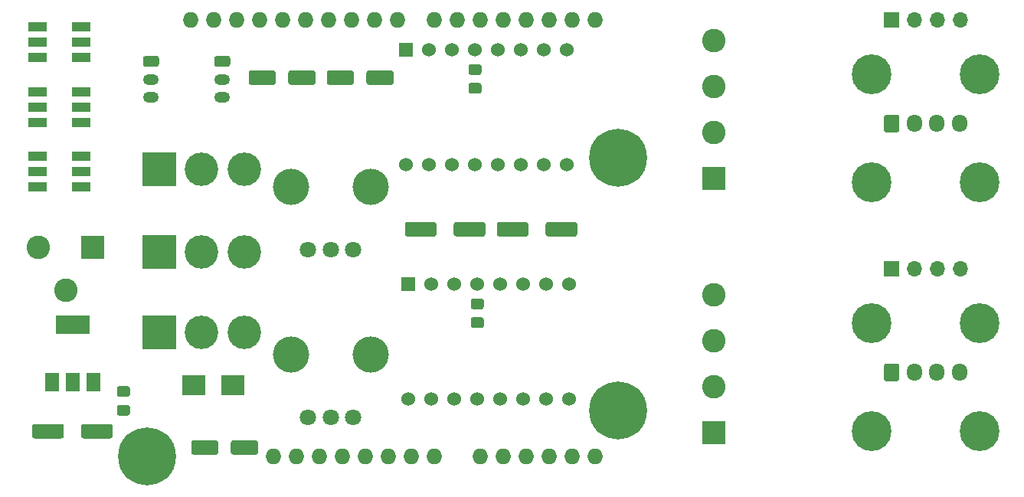
<source format=gts>
%MOIN*%
%OFA0B0*%
%FSLAX46Y46*%
%IPPOS*%
%LPD*%
%ADD10O,0.068X0.068*%
%ADD11C,0.12598425196850396*%
%ADD12R,0.060000000000000005X0.060000000000000005*%
%ADD13C,0.060000000000000005*%
%ADD14C,0.031496062992125991*%
%ADD15C,0.25196850393700793*%
%ADD16C,0.10236220472440946*%
%ADD17R,0.10236220472440946X0.10236220472440946*%
%ADD18O,0.068897637795275593X0.047244094488188976*%
%ADD19R,0.07874015748031496X0.043307086614173235*%
%ADD20C,0.070866141732283464*%
%ADD21C,0.15748031496062992*%
%ADD22C,0.1456692913385827*%
%ADD23R,0.1456692913385827X0.1456692913385827*%
%ADD24R,0.14960629921259844X0.07874015748031496*%
%ADD25R,0.059055118110236227X0.07874015748031496*%
%ADD26R,0.0984251968503937X0.0905511811023622*%
%ADD37C,0.17322834645669294*%
%ADD38C,0.027559055118110236*%
%ADD39O,0.066929133858267723X0.076771653543307089*%
%ADD40R,0.066929133858267723X0.066929133858267723*%
%ADD41O,0.066929133858267723X0.066929133858267723*%
%ADD42C,0.17322834645669294*%
%ADD43C,0.027559055118110236*%
%ADD44O,0.066929133858267723X0.076771653543307089*%
%ADD45R,0.066929133858267723X0.066929133858267723*%
%ADD46O,0.066929133858267723X0.066929133858267723*%
G01*
D10*
X-0004007000Y0005095319D02*
X0002745952Y0000167366D03*
X0002645952Y0000167366D03*
X0002545952Y0000167366D03*
X0002445952Y0000167366D03*
X0002345952Y0000167366D03*
X0001345952Y0000167366D03*
X0001585952Y0002067366D03*
X0001485952Y0002067366D03*
X0001385952Y0002067366D03*
X0001185952Y0002067366D03*
X0001085952Y0002067366D03*
X0000985952Y0002067366D03*
D11*
X0000795952Y0000167366D03*
X0002845952Y0001467366D03*
X0002845952Y0000367366D03*
D10*
X0001685952Y0002067366D03*
X0001785952Y0002067366D03*
X0001885952Y0002067366D03*
X0001285952Y0002067366D03*
X0002045952Y0002067366D03*
X0002145952Y0002067366D03*
X0002245952Y0002067366D03*
X0002345952Y0002067366D03*
X0002445952Y0002067366D03*
X0002545952Y0002067366D03*
X0002645952Y0002067366D03*
X0002745952Y0002067366D03*
X0001445952Y0000167366D03*
X0001545952Y0000167366D03*
X0001645952Y0000167366D03*
X0001745952Y0000167366D03*
X0001845952Y0000167366D03*
X0001945952Y0000167366D03*
X0002045952Y0000167366D03*
X0002245952Y0000167366D03*
D12*
X0001933000Y0000915319D03*
D13*
X0002033000Y0000915319D03*
X0002132999Y0000915319D03*
X0002233000Y0000915319D03*
X0002333000Y0000915319D03*
X0002432999Y0000915319D03*
X0002533000Y0000915319D03*
X0002633000Y0000915319D03*
X0002633000Y0000415319D03*
X0002533000Y0000415319D03*
X0002432999Y0000415319D03*
X0002333000Y0000415319D03*
X0002233000Y0000415319D03*
X0002132999Y0000415319D03*
X0002033000Y0000415319D03*
X0001933000Y0000415319D03*
X0001923000Y0001435319D03*
X0002023000Y0001435319D03*
X0002123000Y0001435319D03*
X0002222999Y0001435319D03*
X0002323000Y0001435319D03*
X0002423000Y0001435319D03*
X0002522999Y0001435319D03*
X0002622999Y0001435319D03*
X0002622999Y0001935319D03*
X0002522999Y0001935319D03*
X0002423000Y0001935319D03*
X0002323000Y0001935319D03*
X0002222999Y0001935319D03*
X0002123000Y0001935319D03*
X0002023000Y0001935319D03*
D12*
X0001923000Y0001935319D03*
D10*
X0002245952Y0000167366D03*
X0002045952Y0000167366D03*
X0001945952Y0000167366D03*
X0001845952Y0000167366D03*
X0001745952Y0000167366D03*
X0001645952Y0000167366D03*
X0001545952Y0000167366D03*
X0001445952Y0000167366D03*
X0002745952Y0002067366D03*
X0002645952Y0002067366D03*
X0002545952Y0002067366D03*
X0002445952Y0002067366D03*
X0002345952Y0002067366D03*
X0002245952Y0002067366D03*
X0002145952Y0002067366D03*
X0002045952Y0002067366D03*
X0001285952Y0002067366D03*
X0001885952Y0002067366D03*
X0001785952Y0002067366D03*
X0001685952Y0002067366D03*
D11*
X0002845952Y0000367366D03*
X0002845952Y0001467366D03*
X0000795952Y0000167366D03*
D10*
X0000985952Y0002067366D03*
X0001085952Y0002067366D03*
X0001185952Y0002067366D03*
X0001385952Y0002067366D03*
X0001485952Y0002067366D03*
X0001585952Y0002067366D03*
X0001345952Y0000167366D03*
X0002345952Y0000167366D03*
X0002445952Y0000167366D03*
X0002545952Y0000167366D03*
X0002645952Y0000167366D03*
X0002745952Y0000167366D03*
G36*
G01*
X0001577330Y0001793665D02*
X0001577330Y0001836972D01*
G75*
G02*
X0001587173Y0001846815I0000009842D01*
G01*
X0001685598Y0001846815D01*
G75*
G02*
X0001695440Y0001836972J-0000009842D01*
G01*
X0001695440Y0001793665D01*
G75*
G02*
X0001685598Y0001783823I-0000009842D01*
G01*
X0001587173Y0001783823D01*
G75*
G02*
X0001577330Y0001793665J0000009842D01*
G01*
G37*
G36*
G01*
X0001750559Y0001793665D02*
X0001750559Y0001836972D01*
G75*
G02*
X0001760401Y0001846815I0000009842D01*
G01*
X0001858826Y0001846815D01*
G75*
G02*
X0001868669Y0001836972J-0000009842D01*
G01*
X0001868669Y0001793665D01*
G75*
G02*
X0001858826Y0001783823I-0000009842D01*
G01*
X0001760401Y0001783823D01*
G75*
G02*
X0001750559Y0001793665J0000009842D01*
G01*
G37*
G36*
G01*
X0001160559Y0000183665D02*
X0001160559Y0000226972D01*
G75*
G02*
X0001170401Y0000236815I0000009842D01*
G01*
X0001268826Y0000236815D01*
G75*
G02*
X0001278669Y0000226972J-0000009842D01*
G01*
X0001278669Y0000183665D01*
G75*
G02*
X0001268826Y0000173823I-0000009842D01*
G01*
X0001170401Y0000173823D01*
G75*
G02*
X0001160559Y0000183665J0000009842D01*
G01*
G37*
G36*
G01*
X0000987330Y0000183665D02*
X0000987330Y0000226972D01*
G75*
G02*
X0000997173Y0000236815I0000009842D01*
G01*
X0001095598Y0000236815D01*
G75*
G02*
X0001105440Y0000226972J-0000009842D01*
G01*
X0001105440Y0000183665D01*
G75*
G02*
X0001095598Y0000173823I-0000009842D01*
G01*
X0000997173Y0000173823D01*
G75*
G02*
X0000987330Y0000183665J0000009842D01*
G01*
G37*
G36*
G01*
X0000646188Y0000297956D02*
X0000646188Y0000254649D01*
G75*
G02*
X0000636346Y0000244807I-0000009842D01*
G01*
X0000518236Y0000244807D01*
G75*
G02*
X0000508393Y0000254649J0000009842D01*
G01*
X0000508393Y0000297956D01*
G75*
G02*
X0000518236Y0000307799I0000009842D01*
G01*
X0000636346Y0000307799D01*
G75*
G02*
X0000646188Y0000297956J-0000009842D01*
G01*
G37*
G36*
G01*
X0000433590Y0000297956D02*
X0000433590Y0000254649D01*
G75*
G02*
X0000423747Y0000244807I-0000009842D01*
G01*
X0000305637Y0000244807D01*
G75*
G02*
X0000295795Y0000254649J0000009842D01*
G01*
X0000295795Y0000297956D01*
G75*
G02*
X0000305637Y0000307799I0000009842D01*
G01*
X0000423747Y0000307799D01*
G75*
G02*
X0000433590Y0000297956J-0000009842D01*
G01*
G37*
G36*
G01*
X0001237330Y0001793665D02*
X0001237330Y0001836972D01*
G75*
G02*
X0001247173Y0001846815I0000009842D01*
G01*
X0001345598Y0001846815D01*
G75*
G02*
X0001355440Y0001836972J-0000009842D01*
G01*
X0001355440Y0001793665D01*
G75*
G02*
X0001345598Y0001783823I-0000009842D01*
G01*
X0001247173Y0001783823D01*
G75*
G02*
X0001237330Y0001793665J0000009842D01*
G01*
G37*
G36*
G01*
X0001410559Y0001793665D02*
X0001410559Y0001836972D01*
G75*
G02*
X0001420401Y0001846815I0000009842D01*
G01*
X0001518826Y0001846815D01*
G75*
G02*
X0001528669Y0001836972J-0000009842D01*
G01*
X0001528669Y0001793665D01*
G75*
G02*
X0001518826Y0001783823I-0000009842D01*
G01*
X0001420401Y0001783823D01*
G75*
G02*
X0001410559Y0001793665J0000009842D01*
G01*
G37*
G36*
G01*
X0002530401Y0001133665D02*
X0002530401Y0001176972D01*
G75*
G02*
X0002540244Y0001186815I0000009842D01*
G01*
X0002658354Y0001186815D01*
G75*
G02*
X0002668196Y0001176972J-0000009842D01*
G01*
X0002668196Y0001133665D01*
G75*
G02*
X0002658354Y0001123823I-0000009842D01*
G01*
X0002540244Y0001123823D01*
G75*
G02*
X0002530401Y0001133665J0000009842D01*
G01*
G37*
G36*
G01*
X0002317803Y0001133665D02*
X0002317803Y0001176972D01*
G75*
G02*
X0002327645Y0001186815I0000009842D01*
G01*
X0002445755Y0001186815D01*
G75*
G02*
X0002455598Y0001176972J-0000009842D01*
G01*
X0002455598Y0001133665D01*
G75*
G02*
X0002445755Y0001123823I-0000009842D01*
G01*
X0002327645Y0001123823D01*
G75*
G02*
X0002317803Y0001133665J0000009842D01*
G01*
G37*
G36*
G01*
X0001917803Y0001133665D02*
X0001917803Y0001176972D01*
G75*
G02*
X0001927645Y0001186815I0000009842D01*
G01*
X0002045755Y0001186815D01*
G75*
G02*
X0002055598Y0001176972J-0000009842D01*
G01*
X0002055598Y0001133665D01*
G75*
G02*
X0002045755Y0001123823I-0000009842D01*
G01*
X0001927645Y0001123823D01*
G75*
G02*
X0001917803Y0001133665J0000009842D01*
G01*
G37*
G36*
G01*
X0002130401Y0001133665D02*
X0002130401Y0001176972D01*
G75*
G02*
X0002140244Y0001186815I0000009842D01*
G01*
X0002258354Y0001186815D01*
G75*
G02*
X0002268196Y0001176972J-0000009842D01*
G01*
X0002268196Y0001133665D01*
G75*
G02*
X0002258354Y0001123823I-0000009842D01*
G01*
X0002140244Y0001123823D01*
G75*
G02*
X0002130401Y0001133665J0000009842D01*
G01*
G37*
D14*
X0002912765Y0001534179D03*
X0002845952Y0001561854D03*
X0002779139Y0001534179D03*
X0002751464Y0001467366D03*
X0002779139Y0001400553D03*
X0002845952Y0001372878D03*
X0002912765Y0001400553D03*
X0002940440Y0001467366D03*
D15*
X0002845952Y0001467366D03*
X0000795952Y0000167366D03*
D14*
X0000890440Y0000167366D03*
X0000862765Y0000100553D03*
X0000795952Y0000072878D03*
X0000729139Y0000100553D03*
X0000701464Y0000167366D03*
X0000729139Y0000234179D03*
X0000795952Y0000261854D03*
X0000862765Y0000234179D03*
X0002912765Y0000434179D03*
X0002845952Y0000461854D03*
X0002779139Y0000434179D03*
X0002751464Y0000367366D03*
X0002779139Y0000300553D03*
X0002845952Y0000272878D03*
X0002912765Y0000300553D03*
X0002940440Y0000367366D03*
D15*
X0002845952Y0000367366D03*
D16*
X0003262999Y0001975319D03*
X0003262999Y0001775319D03*
X0003262999Y0001575319D03*
D17*
X0003262999Y0001375319D03*
X0003262999Y0000270319D03*
D16*
X0003262999Y0000470319D03*
X0003262999Y0000670319D03*
X0003262999Y0000870319D03*
D18*
X0000812999Y0001728838D03*
X0000812999Y0001807578D03*
G36*
G01*
X0000788393Y0001909941D02*
X0000837606Y0001909941D01*
G75*
G02*
X0000847448Y0001900098J-0000009842D01*
G01*
X0000847448Y0001872539D01*
G75*
G02*
X0000837606Y0001862697I-0000009842D01*
G01*
X0000788393Y0001862697D01*
G75*
G02*
X0000778551Y0001872539J0000009842D01*
G01*
X0000778551Y0001900098D01*
G75*
G02*
X0000788393Y0001909941I0000009842D01*
G01*
G37*
G36*
G01*
X0001098393Y0001909941D02*
X0001147606Y0001909941D01*
G75*
G02*
X0001157448Y0001900098J-0000009842D01*
G01*
X0001157448Y0001872539D01*
G75*
G02*
X0001147606Y0001862697I-0000009842D01*
G01*
X0001098393Y0001862697D01*
G75*
G02*
X0001088551Y0001872539J0000009842D01*
G01*
X0001088551Y0001900098D01*
G75*
G02*
X0001098393Y0001909941I0000009842D01*
G01*
G37*
X0001122999Y0001807578D03*
X0001122999Y0001728838D03*
D17*
X0000559220Y0001075319D03*
D16*
X0000323000Y0001075319D03*
X0000441110Y0000890279D03*
D19*
X0000507488Y0001903390D03*
X0000507488Y0001970319D03*
X0000507488Y0002037248D03*
X0000318511Y0002037248D03*
X0000318511Y0001970319D03*
X0000318511Y0001903390D03*
X0000318511Y0001618390D03*
X0000318511Y0001685319D03*
X0000318511Y0001752248D03*
X0000507488Y0001752248D03*
X0000507488Y0001685319D03*
X0000507488Y0001618390D03*
X0000507488Y0001338390D03*
X0000507488Y0001405319D03*
X0000507488Y0001472248D03*
X0000318511Y0001472248D03*
X0000318511Y0001405319D03*
X0000318511Y0001338390D03*
G36*
G01*
X0002241700Y0001745496D02*
X0002204299Y0001745496D01*
G75*
G02*
X0002194456Y0001755338J0000009842D01*
G01*
X0002194456Y0001781913D01*
G75*
G02*
X0002204299Y0001791756I0000009842D01*
G01*
X0002241700Y0001791756D01*
G75*
G02*
X0002251543Y0001781913J-0000009842D01*
G01*
X0002251543Y0001755338D01*
G75*
G02*
X0002241700Y0001745496I-0000009842D01*
G01*
G37*
G36*
G01*
X0002241700Y0001827189D02*
X0002204299Y0001827189D01*
G75*
G02*
X0002194456Y0001837031J0000009842D01*
G01*
X0002194456Y0001863606D01*
G75*
G02*
X0002204299Y0001873449I0000009842D01*
G01*
X0002241700Y0001873449D01*
G75*
G02*
X0002251543Y0001863606J-0000009842D01*
G01*
X0002251543Y0001837031D01*
G75*
G02*
X0002241700Y0001827189I-0000009842D01*
G01*
G37*
G36*
G01*
X0002251700Y0000807208D02*
X0002214299Y0000807208D01*
G75*
G02*
X0002204456Y0000817051J0000009842D01*
G01*
X0002204456Y0000843626D01*
G75*
G02*
X0002214299Y0000853468I0000009842D01*
G01*
X0002251700Y0000853468D01*
G75*
G02*
X0002261543Y0000843626J-0000009842D01*
G01*
X0002261543Y0000817051D01*
G75*
G02*
X0002251700Y0000807208I-0000009842D01*
G01*
G37*
G36*
G01*
X0002251700Y0000725515D02*
X0002214299Y0000725515D01*
G75*
G02*
X0002204456Y0000735358J0000009842D01*
G01*
X0002204456Y0000761933D01*
G75*
G02*
X0002214299Y0000771775I0000009842D01*
G01*
X0002251700Y0000771775D01*
G75*
G02*
X0002261543Y0000761933J-0000009842D01*
G01*
X0002261543Y0000735358D01*
G75*
G02*
X0002251700Y0000725515I-0000009842D01*
G01*
G37*
D20*
X0001496149Y0000335319D03*
X0001594574Y0000335319D03*
X0001693000Y0000335319D03*
D21*
X0001421346Y0000610909D03*
X0001767803Y0000610909D03*
X0001767803Y0001340909D03*
X0001421346Y0001340909D03*
D20*
X0001693000Y0001065319D03*
X0001594574Y0001065319D03*
X0001496149Y0001065319D03*
D22*
X0001032999Y0000705319D03*
D23*
X0000847960Y0000705319D03*
D22*
X0001218039Y0000705319D03*
X0001218039Y0001055319D03*
D23*
X0000847960Y0001055319D03*
D22*
X0001032999Y0001055319D03*
X0001032999Y0001415319D03*
D23*
X0000847960Y0001415319D03*
D22*
X0001218039Y0001415319D03*
D24*
X0000473000Y0000739334D03*
D25*
X0000473000Y0000491303D03*
X0000563551Y0000491303D03*
X0000382448Y0000491303D03*
G36*
G01*
X0000674299Y0000472130D02*
X0000711700Y0000472130D01*
G75*
G02*
X0000721543Y0000462287J-0000009842D01*
G01*
X0000721543Y0000435712D01*
G75*
G02*
X0000711700Y0000425870I-0000009842D01*
G01*
X0000674299Y0000425870D01*
G75*
G02*
X0000664456Y0000435712J0000009842D01*
G01*
X0000664456Y0000462287D01*
G75*
G02*
X0000674299Y0000472130I0000009842D01*
G01*
G37*
G36*
G01*
X0000674299Y0000390437D02*
X0000711700Y0000390437D01*
G75*
G02*
X0000721543Y0000380594J-0000009842D01*
G01*
X0000721543Y0000354019D01*
G75*
G02*
X0000711700Y0000344177I-0000009842D01*
G01*
X0000674299Y0000344177D01*
G75*
G02*
X0000664456Y0000354019J0000009842D01*
G01*
X0000664456Y0000380594D01*
G75*
G02*
X0000674299Y0000390437I0000009842D01*
G01*
G37*
D26*
X0000998354Y0000475319D03*
X0001167645Y0000475319D03*
G04 next file*
G04 #@! TF.GenerationSoftware,KiCad,Pcbnew,5.1.9-73d0e3b20d~88~ubuntu18.04.1*
G04 #@! TF.CreationDate,2021-02-13T22:07:47-05:00*
G04 #@! TF.ProjectId,connector,636f6e6e-6563-4746-9f72-2e6b69636164,v1.0.0*
G04 #@! TF.SameCoordinates,Original*
G04 #@! TF.FileFunction,Soldermask,Top*
G04 #@! TF.FilePolarity,Negative*
G04 Gerber Fmt 4.6, Leading zero omitted, Abs format (unit mm)*
G04 Created by KiCad (PCBNEW 5.1.9-73d0e3b20d~88~ubuntu18.04.1) date 2021-02-13 22:07:47*
G01*
G04 APERTURE LIST*
G04 APERTURE END LIST*
D37*
X0000247173Y0004537401D02*
X0003947960Y0000748031D03*
D38*
X0004012921Y0000748031D03*
X0003993894Y0000702097D03*
X0003947960Y0000683070D03*
X0003902026Y0000702097D03*
X0003883000Y0000748031D03*
X0003902026Y0000793965D03*
X0003947960Y0000812992D03*
X0003993894Y0000793965D03*
X0004466335Y0000793965D03*
X0004420401Y0000812992D03*
X0004374467Y0000793965D03*
X0004355440Y0000748031D03*
X0004374467Y0000702097D03*
X0004420401Y0000683070D03*
X0004466335Y0000702097D03*
X0004485362Y0000748031D03*
D37*
X0004420401Y0000748031D03*
X0003947960Y0000275590D03*
D38*
X0004012921Y0000275590D03*
X0003993894Y0000229656D03*
X0003947960Y0000210629D03*
X0003902026Y0000229656D03*
X0003883000Y0000275590D03*
X0003902026Y0000321524D03*
X0003947960Y0000340551D03*
X0003993894Y0000321524D03*
X0004466335Y0000321524D03*
X0004420401Y0000340551D03*
X0004374467Y0000321524D03*
X0004355440Y0000275590D03*
X0004374467Y0000229656D03*
X0004420401Y0000210629D03*
X0004466335Y0000229656D03*
X0004485362Y0000275590D03*
D37*
X0004420401Y0000275590D03*
G36*
G01*
X0004002708Y0000503858D02*
X0004002708Y0000560944D01*
G75*
G02*
X0004012551Y0000570787I0000009842D01*
G01*
X0004059795Y0000570787D01*
G75*
G02*
X0004069637Y0000560944J-0000009842D01*
G01*
X0004069637Y0000503858D01*
G75*
G02*
X0004059795Y0000494015I-0000009842D01*
G01*
X0004012551Y0000494015D01*
G75*
G02*
X0004002708Y0000503858J0000009842D01*
G01*
G37*
D39*
X0004134598Y0000532401D03*
X0004233023Y0000532401D03*
X0004331448Y0000532401D03*
D40*
X0004034204Y0000984401D03*
D41*
X0004134204Y0000984401D03*
X0004234204Y0000984401D03*
X0004334204Y0000984401D03*
G04 next file*
G04 #@! TF.GenerationSoftware,KiCad,Pcbnew,5.1.9-73d0e3b20d~88~ubuntu18.04.1*
G04 #@! TF.CreationDate,2021-02-13T22:07:47-05:00*
G04 #@! TF.ProjectId,connector,636f6e6e-6563-4746-9f72-2e6b69636164,v1.0.0*
G04 #@! TF.SameCoordinates,Original*
G04 #@! TF.FileFunction,Soldermask,Top*
G04 #@! TF.FilePolarity,Negative*
G04 Gerber Fmt 4.6, Leading zero omitted, Abs format (unit mm)*
G04 Created by KiCad (PCBNEW 5.1.9-73d0e3b20d~88~ubuntu18.04.1) date 2021-02-13 22:07:47*
G01*
G04 APERTURE LIST*
G04 APERTURE END LIST*
D42*
X0000247173Y0005620078D02*
X0003947960Y0001830708D03*
D43*
X0004012921Y0001830708D03*
X0003993894Y0001784774D03*
X0003947960Y0001765747D03*
X0003902026Y0001784774D03*
X0003883000Y0001830708D03*
X0003902026Y0001876642D03*
X0003947960Y0001895669D03*
X0003993894Y0001876642D03*
X0004466335Y0001876642D03*
X0004420401Y0001895669D03*
X0004374467Y0001876642D03*
X0004355440Y0001830708D03*
X0004374467Y0001784774D03*
X0004420401Y0001765747D03*
X0004466335Y0001784774D03*
X0004485362Y0001830708D03*
D42*
X0004420401Y0001830708D03*
X0003947960Y0001358267D03*
D43*
X0004012921Y0001358267D03*
X0003993894Y0001312333D03*
X0003947960Y0001293307D03*
X0003902026Y0001312333D03*
X0003883000Y0001358267D03*
X0003902026Y0001404201D03*
X0003947960Y0001423228D03*
X0003993894Y0001404201D03*
X0004466335Y0001404201D03*
X0004420401Y0001423228D03*
X0004374467Y0001404201D03*
X0004355440Y0001358267D03*
X0004374467Y0001312333D03*
X0004420401Y0001293307D03*
X0004466335Y0001312333D03*
X0004485362Y0001358267D03*
D42*
X0004420401Y0001358267D03*
G36*
G01*
X0004002708Y0001586535D02*
X0004002708Y0001643622D01*
G75*
G02*
X0004012551Y0001653464I0000009842D01*
G01*
X0004059795Y0001653464D01*
G75*
G02*
X0004069637Y0001643622J-0000009842D01*
G01*
X0004069637Y0001586535D01*
G75*
G02*
X0004059795Y0001576692I-0000009842D01*
G01*
X0004012551Y0001576692D01*
G75*
G02*
X0004002708Y0001586535J0000009842D01*
G01*
G37*
D44*
X0004134598Y0001615078D03*
X0004233023Y0001615078D03*
X0004331448Y0001615078D03*
D45*
X0004034204Y0002067078D03*
D46*
X0004134204Y0002067078D03*
X0004234204Y0002067078D03*
X0004334204Y0002067078D03*
M02*
</source>
